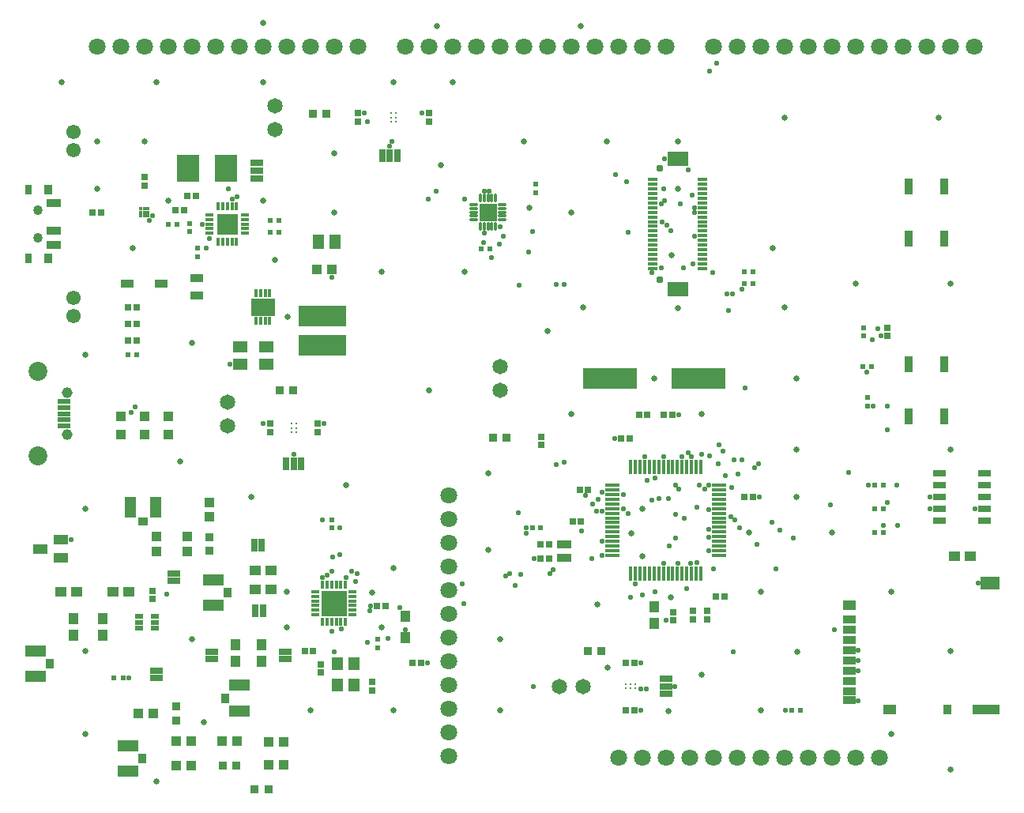
<source format=gbr>
G04 EAGLE Gerber RS-274X export*
G75*
%MOMM*%
%FSLAX34Y34*%
%LPD*%
%INSoldermask Top*%
%IPPOS*%
%AMOC8*
5,1,8,0,0,1.08239X$1,22.5*%
G01*
%ADD10R,1.627000X0.427000*%
%ADD11R,0.427000X1.627000*%
%ADD12R,1.477000X0.527000*%
%ADD13C,1.177000*%
%ADD14C,2.027000*%
%ADD15R,1.127000X1.127000*%
%ADD16R,2.413000X2.921000*%
%ADD17C,1.549400*%
%ADD18R,1.327000X0.827000*%
%ADD19R,1.327000X0.927000*%
%ADD20R,0.939800X0.431800*%
%ADD21R,0.431800X0.939800*%
%ADD22R,2.327000X2.327000*%
%ADD23R,0.627000X0.627000*%
%ADD24R,0.747000X0.747000*%
%ADD25R,1.327000X1.127000*%
%ADD26R,0.927000X1.127000*%
%ADD27R,2.927000X1.127000*%
%ADD28R,2.027000X1.427000*%
%ADD29R,0.889000X1.651000*%
%ADD30R,2.827000X2.827000*%
%ADD31R,0.427000X0.927000*%
%ADD32R,0.927000X0.427000*%
%ADD33R,0.827000X0.527000*%
%ADD34R,2.327000X1.177000*%
%ADD35R,1.527000X1.127000*%
%ADD36R,5.727000X2.227000*%
%ADD37R,1.397000X0.635000*%
%ADD38R,1.127000X1.227000*%
%ADD39C,0.367031*%
%ADD40C,0.325000*%
%ADD41R,1.227000X1.127000*%
%ADD42R,0.927000X0.927000*%
%ADD43C,0.327000*%
%ADD44R,1.927000X1.927000*%
%ADD45R,1.127000X0.377000*%
%ADD46R,2.227000X1.527000*%
%ADD47C,0.777000*%
%ADD48R,1.227000X1.427000*%
%ADD49R,1.527000X0.877000*%
%ADD50C,1.803400*%
%ADD51R,1.177000X2.327000*%
%ADD52R,1.127000X0.927000*%
%ADD53R,1.627000X0.827000*%
%ADD54R,0.727000X1.127000*%
%ADD55C,1.027000*%
%ADD56R,1.277000X1.577000*%
%ADD57R,1.077000X1.127000*%
%ADD58R,0.431800X0.914400*%
%ADD59R,2.616200X1.879600*%
%ADD60R,5.127000X2.227000*%
%ADD61R,1.577000X1.277000*%
%ADD62R,1.127000X1.277000*%
%ADD63R,1.127000X1.077000*%
%ADD64R,1.397000X0.762000*%
%ADD65R,0.762000X1.397000*%
%ADD66C,1.651000*%
%ADD67C,0.533400*%
%ADD68C,0.680200*%


D10*
X641500Y342300D03*
X641500Y337300D03*
X641500Y332300D03*
X641500Y327300D03*
X641500Y322300D03*
X641500Y317300D03*
X641500Y312300D03*
X641500Y307300D03*
X641500Y302300D03*
X641500Y297300D03*
X641500Y292300D03*
X641500Y287300D03*
X641500Y282300D03*
X641500Y277300D03*
X641500Y272300D03*
X641500Y267300D03*
D11*
X661000Y247800D03*
X666000Y247800D03*
X671000Y247800D03*
X676000Y247800D03*
X681000Y247800D03*
X686000Y247800D03*
X691000Y247800D03*
X696000Y247800D03*
X701000Y247800D03*
X706000Y247800D03*
X711000Y247800D03*
X716000Y247800D03*
X721000Y247800D03*
X726000Y247800D03*
X731000Y247800D03*
X736000Y247800D03*
D10*
X755500Y267300D03*
X755500Y272300D03*
X755500Y277300D03*
X755500Y282300D03*
X755500Y287300D03*
X755500Y292300D03*
X755500Y297300D03*
X755500Y302300D03*
X755500Y307300D03*
X755500Y312300D03*
X755500Y317300D03*
X755500Y322300D03*
X755500Y327300D03*
X755500Y332300D03*
X755500Y337300D03*
X755500Y342300D03*
D11*
X736000Y361800D03*
X731000Y361800D03*
X726000Y361800D03*
X721000Y361800D03*
X716000Y361800D03*
X711000Y361800D03*
X706000Y361800D03*
X701000Y361800D03*
X696000Y361800D03*
X691000Y361800D03*
X686000Y361800D03*
X681000Y361800D03*
X676000Y361800D03*
X671000Y361800D03*
X666000Y361800D03*
X661000Y361800D03*
D12*
X53400Y432100D03*
X53400Y425600D03*
X53400Y419100D03*
X53400Y412600D03*
X53400Y406100D03*
D13*
X56650Y441350D03*
X56650Y396850D03*
D14*
X25400Y464100D03*
X25400Y374100D03*
D15*
X114300Y416400D03*
X114300Y396400D03*
X165100Y416400D03*
X165100Y396400D03*
X139700Y416400D03*
X139700Y396400D03*
D16*
X227470Y681990D03*
X186550Y681990D03*
D17*
X63500Y523400D03*
X63500Y543400D03*
D18*
X158200Y558800D03*
X121200Y558800D03*
D19*
X195580Y545990D03*
X195580Y563990D03*
D17*
X63500Y701200D03*
X63500Y721200D03*
D20*
X209677Y632300D03*
X209677Y627300D03*
X209677Y622300D03*
X209677Y617300D03*
X209677Y612300D03*
D21*
X218600Y603377D03*
X223600Y603377D03*
X228600Y603377D03*
X233600Y603377D03*
X238600Y603377D03*
D20*
X247523Y612300D03*
X247523Y617300D03*
X247523Y622300D03*
X247523Y627300D03*
X247523Y632300D03*
D21*
X238600Y641223D03*
X233600Y641223D03*
X228600Y641223D03*
X223600Y641223D03*
X218600Y641223D03*
D22*
X228600Y622300D03*
D23*
X196850Y587320D03*
X196850Y596320D03*
X283900Y626110D03*
X274900Y626110D03*
X283900Y613410D03*
X274900Y613410D03*
X165680Y622300D03*
X174680Y622300D03*
X187960Y622990D03*
X187960Y613990D03*
D24*
X131500Y533400D03*
X122500Y533400D03*
X131500Y515620D03*
X122500Y515620D03*
X139700Y663520D03*
X139700Y672520D03*
X195000Y652780D03*
X186000Y652780D03*
X131500Y497840D03*
X122500Y497840D03*
D23*
X122500Y482600D03*
X131500Y482600D03*
D24*
X444500Y732100D03*
X444500Y741100D03*
X655900Y152400D03*
X664900Y152400D03*
X368300Y732100D03*
X368300Y741100D03*
X655900Y101600D03*
X664900Y101600D03*
X607750Y303530D03*
X598750Y303530D03*
D18*
X895350Y198370D03*
X895350Y187370D03*
X895350Y176370D03*
X895350Y165370D03*
X895350Y154370D03*
X895350Y143370D03*
X895350Y132370D03*
X895350Y121370D03*
X895350Y111870D03*
D25*
X895350Y213870D03*
X938350Y102370D03*
D26*
X1000350Y102370D03*
D27*
X1041850Y102370D03*
D28*
X1046350Y237370D03*
D23*
X842700Y101600D03*
X833700Y101600D03*
D29*
X996950Y662940D03*
X996950Y607060D03*
X958850Y662940D03*
X958850Y607060D03*
D30*
X342900Y215900D03*
D31*
X330400Y195900D03*
X335400Y195900D03*
X340400Y195900D03*
X345400Y195900D03*
X350400Y195900D03*
X355400Y195900D03*
X355400Y235900D03*
X350400Y235900D03*
X345400Y235900D03*
X340400Y235900D03*
X335400Y235900D03*
X330400Y235900D03*
D32*
X362900Y203400D03*
X362900Y208400D03*
X362900Y213400D03*
X362900Y218400D03*
X362900Y223400D03*
X362900Y228400D03*
X322900Y228400D03*
X322900Y223400D03*
X322900Y218400D03*
X322900Y213400D03*
X322900Y208400D03*
X322900Y203400D03*
D33*
X150740Y189080D03*
X150740Y195580D03*
X150740Y202080D03*
X133740Y202080D03*
X133740Y189080D03*
X133740Y195580D03*
D23*
X340360Y296490D03*
X340360Y305490D03*
D24*
X148590Y220290D03*
X148590Y229290D03*
D23*
X116760Y135890D03*
X106760Y135890D03*
D24*
X389200Y213360D03*
X398200Y213360D03*
D23*
X389890Y177220D03*
X389890Y168220D03*
D24*
X427300Y152400D03*
X436300Y152400D03*
X311730Y165100D03*
X320730Y165100D03*
D34*
X22860Y164880D03*
X22860Y137380D03*
D26*
X38110Y151130D03*
D35*
X28370Y274320D03*
X50370Y283820D03*
X50370Y264820D03*
D24*
X696540Y417830D03*
X705540Y417830D03*
X678870Y417830D03*
X669870Y417830D03*
D36*
X733300Y457200D03*
X638300Y457200D03*
D24*
X706120Y206430D03*
X706120Y197430D03*
X727710Y207700D03*
X727710Y198700D03*
X782900Y330200D03*
X791900Y330200D03*
D29*
X958850Y416560D03*
X958850Y472440D03*
X996950Y416560D03*
X996950Y472440D03*
D23*
X918900Y469900D03*
X909900Y469900D03*
X914400Y427300D03*
X914400Y436300D03*
X910590Y502230D03*
X910590Y511230D03*
D24*
X935990Y502230D03*
X935990Y511230D03*
D37*
X1040130Y304800D03*
X991870Y304800D03*
X1040130Y317500D03*
X991870Y317500D03*
X1040130Y330200D03*
X991870Y330200D03*
X1040130Y342900D03*
X991870Y342900D03*
X1040130Y355600D03*
X991870Y355600D03*
D23*
X922600Y292100D03*
X931600Y292100D03*
X922600Y317500D03*
X931600Y317500D03*
X922600Y342900D03*
X931600Y342900D03*
D24*
X565150Y394390D03*
X565150Y385390D03*
X752420Y223520D03*
X761420Y223520D03*
X659820Y392430D03*
X650820Y392430D03*
X615370Y337820D03*
X606370Y337820D03*
X742950Y207700D03*
X742950Y198700D03*
D23*
X555570Y297180D03*
X564570Y297180D03*
X782900Y571500D03*
X791900Y571500D03*
X782900Y558800D03*
X791900Y558800D03*
D38*
X685800Y211700D03*
X685800Y194700D03*
D39*
X135700Y631000D03*
X135700Y635000D03*
X135700Y639000D03*
X139700Y631000D03*
X139700Y635000D03*
X139700Y639000D03*
X143700Y631000D03*
X143700Y635000D03*
X143700Y639000D03*
D24*
X93400Y635000D03*
X84400Y635000D03*
X173300Y637540D03*
X182300Y637540D03*
D40*
X403900Y731600D03*
X408900Y731600D03*
X403900Y736600D03*
X408900Y736600D03*
X403900Y741600D03*
X408900Y741600D03*
X655400Y129500D03*
X655400Y124500D03*
X660400Y129500D03*
X660400Y124500D03*
X665400Y129500D03*
X665400Y124500D03*
D24*
X274320Y399360D03*
X274320Y408360D03*
X325120Y399360D03*
X325120Y408360D03*
D40*
X297220Y398860D03*
X302220Y398860D03*
X297220Y403860D03*
X302220Y403860D03*
X297220Y408860D03*
X302220Y408860D03*
D41*
X122800Y228600D03*
X105800Y228600D03*
D38*
X95250Y182000D03*
X95250Y199000D03*
D41*
X66920Y228600D03*
X49920Y228600D03*
D38*
X63500Y182000D03*
X63500Y199000D03*
D42*
X284600Y444500D03*
X299600Y444500D03*
X614800Y165100D03*
X629800Y165100D03*
X320160Y740410D03*
X335160Y740410D03*
X513200Y393700D03*
X528200Y393700D03*
D43*
X516000Y647000D02*
X516000Y653000D01*
X512000Y653000D02*
X512000Y647000D01*
X508000Y647000D02*
X508000Y653000D01*
X504000Y653000D02*
X504000Y647000D01*
X500000Y647000D02*
X500000Y653000D01*
X496000Y643000D02*
X490000Y643000D01*
X490000Y639000D02*
X496000Y639000D01*
X496000Y635000D02*
X490000Y635000D01*
X490000Y631000D02*
X496000Y631000D01*
X496000Y627000D02*
X490000Y627000D01*
X500000Y623000D02*
X500000Y617000D01*
X504000Y617000D02*
X504000Y623000D01*
X508000Y623000D02*
X508000Y617000D01*
X512000Y617000D02*
X512000Y623000D01*
X516000Y623000D02*
X516000Y617000D01*
X520000Y627000D02*
X526000Y627000D01*
X526000Y631000D02*
X520000Y631000D01*
X520000Y635000D02*
X526000Y635000D01*
X526000Y639000D02*
X520000Y639000D01*
X520000Y643000D02*
X526000Y643000D01*
D44*
X508000Y635000D03*
D23*
X500960Y595630D03*
X509960Y595630D03*
X558800Y664900D03*
X558800Y655900D03*
D45*
X684700Y669800D03*
X737700Y669800D03*
X684700Y664800D03*
X737700Y664800D03*
X684700Y659800D03*
X737700Y659800D03*
X684700Y654800D03*
X737700Y654800D03*
X684700Y649800D03*
X737700Y649800D03*
X684700Y644800D03*
X737700Y644800D03*
X684700Y639800D03*
X737700Y639800D03*
X684700Y634800D03*
X737700Y634800D03*
X684700Y629800D03*
X737700Y629800D03*
X684700Y624800D03*
X737700Y624800D03*
X684700Y619800D03*
X737700Y619800D03*
X684700Y614800D03*
X737700Y614800D03*
X684700Y609800D03*
X737700Y609800D03*
X684700Y604800D03*
X737700Y604800D03*
X684700Y599800D03*
X737700Y599800D03*
X684700Y594800D03*
X737700Y594800D03*
X684700Y589800D03*
X737700Y589800D03*
X684700Y584800D03*
X737700Y584800D03*
X684700Y579800D03*
X737700Y579800D03*
X684700Y574800D03*
X737700Y574800D03*
D46*
X711200Y692300D03*
X711200Y552300D03*
D47*
X692200Y682300D03*
X692200Y562300D03*
D48*
X346600Y151200D03*
X346600Y128200D03*
X364600Y128200D03*
X364600Y151200D03*
D24*
X328930Y150550D03*
X328930Y141550D03*
X383540Y122500D03*
X383540Y131500D03*
D49*
X589280Y279080D03*
X589280Y264480D03*
D24*
X573460Y279400D03*
X564460Y279400D03*
X573460Y264160D03*
X564460Y264160D03*
D50*
X466090Y331470D03*
X466090Y306070D03*
X466090Y280670D03*
X466090Y255270D03*
X466090Y229870D03*
X466090Y204470D03*
X466090Y179070D03*
X466090Y153670D03*
X466090Y128270D03*
X466090Y102870D03*
X466090Y77470D03*
X466090Y52070D03*
X88900Y812800D03*
X114300Y812800D03*
X139700Y812800D03*
X165100Y812800D03*
X190500Y812800D03*
X215900Y812800D03*
X241300Y812800D03*
X266700Y812800D03*
X292100Y812800D03*
X317500Y812800D03*
X342900Y812800D03*
X368300Y812800D03*
X419100Y812800D03*
X444500Y812800D03*
X469900Y812800D03*
X495300Y812800D03*
X520700Y812800D03*
X546100Y812800D03*
X571500Y812800D03*
X596900Y812800D03*
X622300Y812800D03*
X647700Y812800D03*
X673100Y812800D03*
X698500Y812800D03*
X647700Y50800D03*
X673100Y50800D03*
X698500Y50800D03*
X723900Y50800D03*
X749300Y50800D03*
X774700Y50800D03*
X800100Y50800D03*
X825500Y50800D03*
X850900Y50800D03*
X876300Y50800D03*
X901700Y50800D03*
X927100Y50800D03*
X1028700Y812800D03*
X1003300Y812800D03*
X977900Y812800D03*
X952500Y812800D03*
X927100Y812800D03*
X901700Y812800D03*
X876300Y812800D03*
X850900Y812800D03*
X825500Y812800D03*
X800100Y812800D03*
X774700Y812800D03*
X749300Y812800D03*
D34*
X121920Y63280D03*
X121920Y35780D03*
D26*
X137170Y49530D03*
D51*
X152180Y318770D03*
X124680Y318770D03*
D52*
X138430Y303520D03*
D53*
X42900Y599800D03*
X42900Y614800D03*
X42900Y644800D03*
D54*
X15400Y585800D03*
D26*
X36400Y585800D03*
D54*
X15400Y658800D03*
D26*
X36400Y658800D03*
D55*
X25400Y607300D03*
X25400Y637300D03*
D56*
X326280Y603250D03*
X344280Y603250D03*
D57*
X324740Y574040D03*
X340740Y574040D03*
D58*
X274200Y548005D03*
X269200Y548005D03*
X264200Y548005D03*
X259200Y548005D03*
X259200Y518795D03*
X264200Y518795D03*
X269200Y518795D03*
X274200Y518795D03*
D59*
X266700Y533400D03*
D60*
X330200Y524000D03*
X330200Y492000D03*
D61*
X242570Y490330D03*
X242570Y472330D03*
X270510Y490330D03*
X270510Y472330D03*
D34*
X213360Y241080D03*
X213360Y213580D03*
D26*
X228610Y227330D03*
D34*
X241300Y100550D03*
X241300Y128050D03*
D26*
X226050Y114300D03*
D62*
X419100Y202250D03*
X419100Y178750D03*
D57*
X272670Y43180D03*
X288670Y43180D03*
X272670Y67310D03*
X288670Y67310D03*
D63*
X209550Y308230D03*
X209550Y324230D03*
D57*
X189610Y41910D03*
X173610Y41910D03*
X148970Y97790D03*
X132970Y97790D03*
X189610Y68580D03*
X173610Y68580D03*
X239140Y68580D03*
X223140Y68580D03*
D63*
X152400Y287400D03*
X152400Y271400D03*
X185420Y271400D03*
X185420Y287400D03*
D42*
X209550Y286900D03*
X209550Y271900D03*
X238640Y41910D03*
X223640Y41910D03*
X173990Y90290D03*
X173990Y105290D03*
X272930Y16510D03*
X257930Y16510D03*
D64*
X260350Y687578D03*
X260350Y679450D03*
X260350Y671322D03*
D65*
X394462Y695960D03*
X402590Y695960D03*
X410718Y695960D03*
D66*
X279400Y749300D03*
X279400Y723900D03*
X609600Y127000D03*
X584200Y127000D03*
X228600Y406400D03*
X228600Y431800D03*
X520700Y444500D03*
X520700Y469900D03*
D41*
X1024500Y266700D03*
X1007500Y266700D03*
D64*
X290830Y155956D03*
X290830Y164084D03*
D65*
X258826Y208280D03*
X266954Y208280D03*
X257556Y278130D03*
X265684Y278130D03*
D64*
X212090Y164084D03*
X212090Y155956D03*
X171450Y239776D03*
X171450Y247904D03*
X152400Y143764D03*
X152400Y135636D03*
D41*
X258200Y231140D03*
X275200Y231140D03*
X275200Y251460D03*
X258200Y251460D03*
D38*
X265430Y171060D03*
X265430Y154060D03*
X237490Y154060D03*
X237490Y171060D03*
D64*
X698500Y135128D03*
X698500Y127000D03*
X698500Y118872D03*
D65*
X291592Y365760D03*
X299720Y365760D03*
X307848Y365760D03*
D67*
X686816Y228600D03*
X367792Y247396D03*
X130048Y426212D03*
X695960Y259080D03*
X341376Y265684D03*
X125984Y420116D03*
X238760Y651256D03*
X230124Y659892D03*
X205740Y596392D03*
X209296Y607060D03*
X233680Y648716D03*
X202184Y622300D03*
X556768Y127000D03*
X299720Y375412D03*
X122936Y136144D03*
X60960Y283972D03*
X382524Y213360D03*
X720852Y231648D03*
X725424Y259080D03*
X711200Y259080D03*
X657860Y312420D03*
X652780Y317500D03*
X827024Y101600D03*
X708152Y127000D03*
X904748Y165608D03*
X744220Y315976D03*
X768096Y308864D03*
X904748Y154432D03*
X835152Y285496D03*
X913892Y463296D03*
X935736Y401828D03*
X630428Y334772D03*
X783844Y446532D03*
X658368Y613156D03*
X612648Y331216D03*
X330200Y243332D03*
X362204Y249936D03*
X340360Y249936D03*
X673100Y224536D03*
X480568Y236728D03*
X335280Y245872D03*
X725932Y372872D03*
X608076Y293116D03*
X330200Y305308D03*
X164084Y226060D03*
X340360Y185928D03*
X343408Y164084D03*
X419100Y187960D03*
X400812Y178308D03*
X381000Y207772D03*
X413512Y211328D03*
X366268Y239268D03*
X520700Y619760D03*
X531368Y247904D03*
X482092Y215392D03*
X355600Y243332D03*
X690880Y328168D03*
X578104Y251968D03*
X378460Y174244D03*
X722376Y376936D03*
X686816Y350520D03*
X683260Y326136D03*
X574548Y247904D03*
X349504Y296672D03*
X349504Y268224D03*
X772160Y305308D03*
X879348Y187960D03*
X754380Y365760D03*
X759460Y378968D03*
X748792Y570484D03*
X704088Y615188D03*
X744220Y342392D03*
X755396Y386080D03*
X764032Y547116D03*
X694436Y624332D03*
X624332Y314960D03*
X696976Y647700D03*
X660908Y222504D03*
X536956Y234696D03*
X526796Y244856D03*
X540512Y312928D03*
X581152Y364236D03*
X581152Y557276D03*
X589280Y557276D03*
X696468Y659892D03*
X745236Y786384D03*
X753364Y794512D03*
X708660Y285496D03*
X708660Y311404D03*
X708660Y342392D03*
X737108Y375920D03*
X765556Y529844D03*
X726440Y653288D03*
X744220Y287020D03*
X732028Y319024D03*
X734568Y342392D03*
X745744Y373888D03*
X769620Y547116D03*
X722376Y680212D03*
X144780Y625856D03*
X503936Y657352D03*
X744220Y295148D03*
X775716Y354584D03*
X524764Y609600D03*
X732028Y259588D03*
X148336Y630936D03*
X509524Y657352D03*
X727964Y579628D03*
X683260Y569976D03*
X551688Y592328D03*
X676148Y372872D03*
X717804Y575056D03*
X796544Y279400D03*
X798068Y365252D03*
X777748Y297180D03*
X794004Y361188D03*
X779780Y552196D03*
X656844Y668020D03*
X915924Y342900D03*
X945896Y342900D03*
X678688Y347980D03*
X762508Y352552D03*
X981964Y330200D03*
X894080Y356108D03*
X779780Y369824D03*
X771652Y369824D03*
X931672Y299212D03*
X946912Y299212D03*
X874776Y321564D03*
X981964Y317500D03*
X935736Y324104D03*
X921004Y427228D03*
X935736Y427228D03*
X929132Y502920D03*
X919480Y498348D03*
X630428Y314960D03*
X693928Y575056D03*
X620268Y322072D03*
X626364Y327660D03*
X693420Y643636D03*
X665988Y236728D03*
X548640Y291084D03*
X589280Y366776D03*
X714248Y643636D03*
X820928Y294132D03*
X769112Y339852D03*
X728980Y640080D03*
X740664Y338328D03*
X728980Y634492D03*
X695960Y372872D03*
X699516Y620776D03*
X652780Y332232D03*
X925576Y510032D03*
X452120Y657860D03*
X677672Y124460D03*
X555752Y614680D03*
X543052Y246888D03*
X482600Y648716D03*
X443992Y648716D03*
X701040Y328168D03*
X770636Y164084D03*
X511556Y586740D03*
X541528Y556768D03*
X402844Y705612D03*
X520192Y600964D03*
X503428Y602488D03*
X672084Y124460D03*
X442976Y152400D03*
X267208Y408432D03*
X671576Y101600D03*
X671576Y152400D03*
X712216Y418084D03*
X375412Y741172D03*
X798576Y330200D03*
X437388Y741172D03*
X904748Y111760D03*
X904748Y143256D03*
X332232Y408432D03*
X557784Y264160D03*
X715772Y372872D03*
X696976Y692404D03*
X644144Y392684D03*
X340868Y565404D03*
X231140Y472440D03*
X503936Y612648D03*
X699008Y197612D03*
X350520Y188468D03*
X548640Y297180D03*
X630428Y282448D03*
X1033272Y237236D03*
X1030224Y317500D03*
D68*
X50800Y774700D03*
X152400Y774700D03*
X266700Y774700D03*
X406400Y774700D03*
X342900Y698500D03*
X457200Y685800D03*
X342900Y635000D03*
X393700Y571500D03*
X482600Y571500D03*
X552450Y640080D03*
X596900Y635000D03*
X469900Y774700D03*
X546100Y711200D03*
X635000Y711200D03*
X711200Y711200D03*
X711200Y660400D03*
X704850Y589280D03*
X711200Y532130D03*
X609600Y533400D03*
X571500Y508000D03*
X444500Y444500D03*
X355600Y342900D03*
X254000Y330200D03*
X177800Y368300D03*
X190500Y495300D03*
X76200Y482600D03*
X76200Y317500D03*
X76200Y165100D03*
X76200Y76200D03*
X152400Y25400D03*
X203200Y88900D03*
X190500Y177800D03*
X292100Y190500D03*
X292100Y228600D03*
X317500Y101600D03*
X406400Y101600D03*
X520700Y101600D03*
X520700Y177800D03*
X406400Y254000D03*
X393700Y190500D03*
X383540Y227330D03*
X701040Y100330D03*
X624840Y214630D03*
X736600Y139700D03*
X800100Y101600D03*
X800100Y228600D03*
X939800Y228600D03*
X1003300Y165100D03*
X1003300Y38100D03*
X939800Y76200D03*
X876300Y292100D03*
X838200Y330200D03*
X838200Y381000D03*
X838200Y457200D03*
X1003300Y381000D03*
X1003300Y558800D03*
X901700Y558800D03*
X812800Y596900D03*
X825500Y736600D03*
X990600Y736600D03*
X825500Y533400D03*
X736600Y419100D03*
X596900Y419100D03*
X673100Y317500D03*
X508000Y355600D03*
X685800Y457200D03*
X673100Y266700D03*
X703580Y222250D03*
X636270Y147320D03*
X293370Y523240D03*
X279400Y584200D03*
X127000Y596900D03*
X266700Y647700D03*
X165100Y647700D03*
X88900Y660400D03*
X88900Y711200D03*
X139700Y711200D03*
X508000Y273050D03*
X661670Y290830D03*
X839470Y163830D03*
X607060Y834390D03*
X453390Y834390D03*
X266700Y838200D03*
X787400Y292100D03*
D67*
X702564Y277368D03*
X749808Y252984D03*
X816864Y252984D03*
X619252Y264160D03*
X630428Y267208D03*
X744220Y272288D03*
X718312Y307340D03*
X712724Y338328D03*
X728980Y609600D03*
X812292Y302768D03*
X644652Y675132D03*
X378460Y732028D03*
X405384Y710692D03*
M02*

</source>
